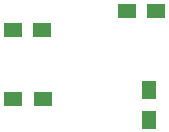
<source format=gbp>
G04 #@! TF.GenerationSoftware,KiCad,Pcbnew,(5.1.2)-2*
G04 #@! TF.CreationDate,2019-11-04T12:19:55+09:00*
G04 #@! TF.ProjectId,Kicad_sehd_mv,4b696361-645f-4736-9568-645f6d762e6b,1.0*
G04 #@! TF.SameCoordinates,Original*
G04 #@! TF.FileFunction,Paste,Bot*
G04 #@! TF.FilePolarity,Positive*
%FSLAX46Y46*%
G04 Gerber Fmt 4.6, Leading zero omitted, Abs format (unit mm)*
G04 Created by KiCad (PCBNEW (5.1.2)-2) date 2019-11-04 12:19:55*
%MOMM*%
%LPD*%
G04 APERTURE LIST*
%ADD10R,1.500000X1.250000*%
%ADD11R,1.250000X1.500000*%
G04 APERTURE END LIST*
D10*
X94194000Y-61722000D03*
X91694000Y-61722000D03*
D11*
X93599000Y-70973000D03*
X93599000Y-68473000D03*
D10*
X82042000Y-63373000D03*
X84542000Y-63373000D03*
X84582000Y-69215000D03*
X82082000Y-69215000D03*
M02*

</source>
